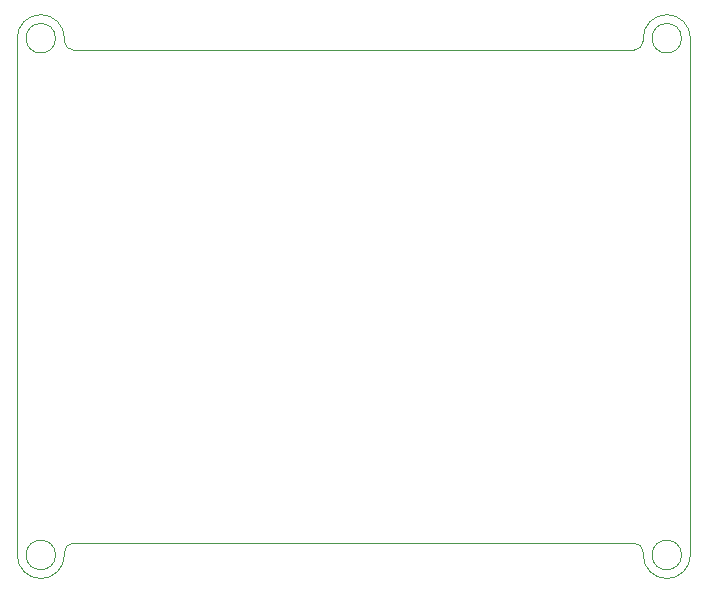
<source format=gbr>
%TF.GenerationSoftware,KiCad,Pcbnew,8.0.6*%
%TF.CreationDate,2025-06-01T13:35:19-05:00*%
%TF.ProjectId,TPS_Calibration_Board,5450535f-4361-46c6-9962-726174696f6e,rev?*%
%TF.SameCoordinates,Original*%
%TF.FileFunction,Profile,NP*%
%FSLAX46Y46*%
G04 Gerber Fmt 4.6, Leading zero omitted, Abs format (unit mm)*
G04 Created by KiCad (PCBNEW 8.0.6) date 2025-06-01 13:35:19*
%MOMM*%
%LPD*%
G01*
G04 APERTURE LIST*
%TA.AperFunction,Profile*%
%ADD10C,0.050000*%
%TD*%
G04 APERTURE END LIST*
D10*
X73500000Y-61040000D02*
G75*
G02*
X71500000Y-63040000I-2000000J0D01*
G01*
X72750000Y-17290000D02*
G75*
G02*
X70250000Y-17290000I-1250000J0D01*
G01*
X70250000Y-17290000D02*
G75*
G02*
X72750000Y-17290000I1250000J0D01*
G01*
X73500000Y-17290000D02*
X73500000Y-61040000D01*
X18500000Y-15290000D02*
G75*
G02*
X20500000Y-17290000I0J-2000000D01*
G01*
X20500000Y-17290000D02*
X20500000Y-17540000D01*
X18500000Y-63040000D02*
G75*
G02*
X16500000Y-61040000I0J2000000D01*
G01*
X16500000Y-17290000D02*
G75*
G02*
X18500000Y-15290000I2000000J0D01*
G01*
X21250000Y-60040000D02*
X68750000Y-60040000D01*
X68750000Y-18290000D02*
X21250000Y-18290000D01*
X69500000Y-17290000D02*
G75*
G02*
X71500000Y-15290000I2000000J0D01*
G01*
X21250000Y-18290000D02*
G75*
G02*
X20500000Y-17540000I0J750000D01*
G01*
X69500002Y-61040000D02*
X69500000Y-60790000D01*
X20500000Y-61040000D02*
G75*
G02*
X18500000Y-63040000I-2000000J0D01*
G01*
X69500000Y-17290000D02*
X69500000Y-17540000D01*
X19750000Y-17290000D02*
G75*
G02*
X17250000Y-17290000I-1250000J0D01*
G01*
X17250000Y-17290000D02*
G75*
G02*
X19750000Y-17290000I1250000J0D01*
G01*
X16500000Y-17290000D02*
X16500000Y-61040000D01*
X19750000Y-61040000D02*
G75*
G02*
X17250000Y-61040000I-1250000J0D01*
G01*
X17250000Y-61040000D02*
G75*
G02*
X19750000Y-61040000I1250000J0D01*
G01*
X71500000Y-63040000D02*
G75*
G02*
X69500000Y-61040000I0J2000000D01*
G01*
X71500000Y-15290000D02*
G75*
G02*
X73500000Y-17290000I0J-2000000D01*
G01*
X20500000Y-60790000D02*
G75*
G02*
X21250000Y-60040000I750000J0D01*
G01*
X68750000Y-60040000D02*
G75*
G02*
X69500000Y-60790000I0J-750000D01*
G01*
X72750000Y-61040000D02*
G75*
G02*
X70250000Y-61040000I-1250000J0D01*
G01*
X70250000Y-61040000D02*
G75*
G02*
X72750000Y-61040000I1250000J0D01*
G01*
X20500000Y-60790000D02*
X20500000Y-61040000D01*
X69500000Y-17540000D02*
G75*
G02*
X68750000Y-18290000I-750000J0D01*
G01*
M02*

</source>
